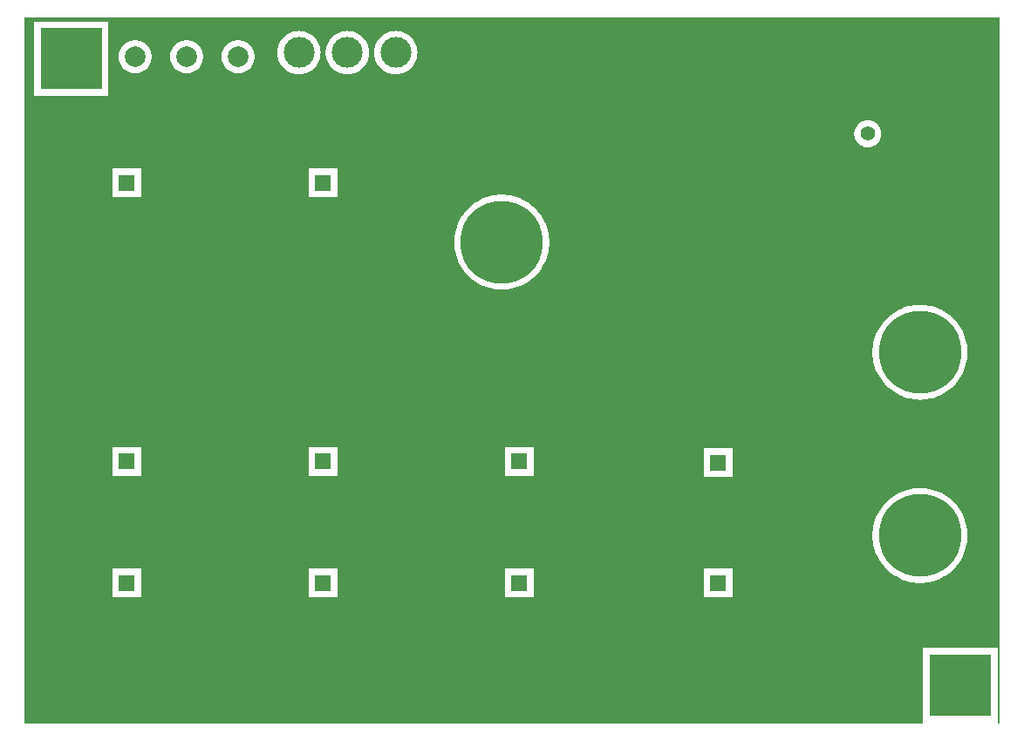
<source format=gbl>
G04*
G04 #@! TF.GenerationSoftware,Altium Limited,Altium Designer,19.0.6 (157)*
G04*
G04 Layer_Physical_Order=2*
G04 Layer_Color=16711680*
%FSLAX25Y25*%
%MOIN*%
G70*
G01*
G75*
%ADD49C,0.07874*%
%ADD50R,0.06200X0.06200*%
%ADD51C,0.06200*%
%ADD52C,0.11811*%
%ADD53C,0.31496*%
%ADD54R,0.23622X0.23622*%
%ADD55C,0.05500*%
%ADD56C,0.15748*%
%ADD57C,0.05000*%
%ADD58C,0.02165*%
G36*
X374569Y1809D02*
X373863D01*
X373660Y2324D01*
X373660Y2409D01*
Y30746D01*
X345238D01*
Y2409D01*
X345238Y2324D01*
X345034Y1809D01*
X1809D01*
Y271813D01*
X374569D01*
Y1809D01*
D02*
G37*
%LPC*%
G36*
X83465Y263040D02*
X82754Y263000D01*
X82052Y262881D01*
X81368Y262684D01*
X80711Y262411D01*
X80088Y262067D01*
X79507Y261655D01*
X78977Y261181D01*
X78502Y260650D01*
X78090Y260070D01*
X77746Y259447D01*
X77474Y258789D01*
X77277Y258105D01*
X77157Y257403D01*
X77118Y256693D01*
X77157Y255982D01*
X77277Y255281D01*
X77474Y254597D01*
X77746Y253939D01*
X78090Y253316D01*
X78502Y252736D01*
X78977Y252205D01*
X79507Y251731D01*
X80088Y251319D01*
X80711Y250974D01*
X81368Y250702D01*
X82052Y250505D01*
X82754Y250386D01*
X83465Y250346D01*
X84175Y250386D01*
X84877Y250505D01*
X85561Y250702D01*
X86218Y250974D01*
X86841Y251319D01*
X87422Y251731D01*
X87953Y252205D01*
X88427Y252736D01*
X88839Y253316D01*
X89183Y253939D01*
X89455Y254597D01*
X89652Y255281D01*
X89772Y255982D01*
X89812Y256693D01*
X89772Y257403D01*
X89652Y258105D01*
X89455Y258789D01*
X89183Y259447D01*
X88839Y260070D01*
X88427Y260650D01*
X87953Y261181D01*
X87422Y261655D01*
X86841Y262067D01*
X86218Y262411D01*
X85561Y262684D01*
X84877Y262881D01*
X84175Y263000D01*
X83465Y263040D01*
D02*
G37*
G36*
X63779D02*
X63069Y263000D01*
X62367Y262881D01*
X61683Y262684D01*
X61026Y262411D01*
X60403Y262067D01*
X59822Y261655D01*
X59291Y261181D01*
X58817Y260650D01*
X58405Y260070D01*
X58061Y259447D01*
X57789Y258789D01*
X57592Y258105D01*
X57472Y257403D01*
X57433Y256693D01*
X57472Y255982D01*
X57592Y255281D01*
X57789Y254597D01*
X58061Y253939D01*
X58405Y253316D01*
X58817Y252736D01*
X59291Y252205D01*
X59822Y251731D01*
X60403Y251319D01*
X61026Y250974D01*
X61683Y250702D01*
X62367Y250505D01*
X63069Y250386D01*
X63779Y250346D01*
X64490Y250386D01*
X65192Y250505D01*
X65876Y250702D01*
X66533Y250974D01*
X67156Y251319D01*
X67737Y251731D01*
X68268Y252205D01*
X68742Y252736D01*
X69154Y253316D01*
X69498Y253939D01*
X69770Y254597D01*
X69967Y255281D01*
X70087Y255982D01*
X70126Y256693D01*
X70087Y257403D01*
X69967Y258105D01*
X69770Y258789D01*
X69498Y259447D01*
X69154Y260070D01*
X68742Y260650D01*
X68268Y261181D01*
X67737Y261655D01*
X67156Y262067D01*
X66533Y262411D01*
X65876Y262684D01*
X65192Y262881D01*
X64490Y263000D01*
X63779Y263040D01*
D02*
G37*
G36*
X44094D02*
X43384Y263000D01*
X42682Y262881D01*
X41998Y262684D01*
X41341Y262411D01*
X40718Y262067D01*
X40137Y261655D01*
X39606Y261181D01*
X39132Y260650D01*
X38720Y260070D01*
X38376Y259447D01*
X38104Y258789D01*
X37907Y258105D01*
X37787Y257403D01*
X37747Y256693D01*
X37787Y255982D01*
X37907Y255281D01*
X38104Y254597D01*
X38376Y253939D01*
X38720Y253316D01*
X39132Y252736D01*
X39606Y252205D01*
X40137Y251731D01*
X40718Y251319D01*
X41341Y250974D01*
X41998Y250702D01*
X42682Y250505D01*
X43384Y250386D01*
X44094Y250346D01*
X44805Y250386D01*
X45507Y250505D01*
X46191Y250702D01*
X46848Y250974D01*
X47471Y251319D01*
X48052Y251731D01*
X48583Y252205D01*
X49057Y252736D01*
X49469Y253316D01*
X49813Y253939D01*
X50085Y254597D01*
X50282Y255281D01*
X50402Y255982D01*
X50441Y256693D01*
X50402Y257403D01*
X50282Y258105D01*
X50085Y258789D01*
X49813Y259447D01*
X49469Y260070D01*
X49057Y260650D01*
X48583Y261181D01*
X48052Y261655D01*
X47471Y262067D01*
X46848Y262411D01*
X46191Y262684D01*
X45507Y262881D01*
X44805Y263000D01*
X44094Y263040D01*
D02*
G37*
G36*
X143701Y266581D02*
X142976Y266549D01*
X142257Y266455D01*
X141549Y266298D01*
X140857Y266080D01*
X140187Y265802D01*
X139544Y265467D01*
X138932Y265078D01*
X138357Y264636D01*
X137822Y264146D01*
X137332Y263612D01*
X136891Y263036D01*
X136501Y262424D01*
X136166Y261781D01*
X135889Y261111D01*
X135671Y260419D01*
X135514Y259711D01*
X135419Y258992D01*
X135387Y258268D01*
X135419Y257543D01*
X135514Y256824D01*
X135671Y256116D01*
X135889Y255424D01*
X136166Y254754D01*
X136501Y254111D01*
X136891Y253499D01*
X137332Y252924D01*
X137822Y252389D01*
X138357Y251899D01*
X138932Y251458D01*
X139544Y251068D01*
X140187Y250733D01*
X140857Y250456D01*
X141549Y250238D01*
X142257Y250081D01*
X142976Y249986D01*
X143701Y249954D01*
X144425Y249986D01*
X145144Y250081D01*
X145852Y250238D01*
X146544Y250456D01*
X147214Y250733D01*
X147857Y251068D01*
X148469Y251458D01*
X149045Y251899D01*
X149579Y252389D01*
X150069Y252924D01*
X150511Y253499D01*
X150900Y254111D01*
X151235Y254754D01*
X151513Y255424D01*
X151731Y256116D01*
X151888Y256824D01*
X151983Y257543D01*
X152014Y258268D01*
X151983Y258992D01*
X151888Y259711D01*
X151731Y260419D01*
X151513Y261111D01*
X151235Y261781D01*
X150900Y262424D01*
X150511Y263036D01*
X150069Y263612D01*
X149579Y264146D01*
X149045Y264636D01*
X148469Y265078D01*
X147857Y265467D01*
X147214Y265802D01*
X146544Y266080D01*
X145852Y266298D01*
X145144Y266455D01*
X144425Y266549D01*
X143701Y266581D01*
D02*
G37*
G36*
X125197D02*
X124472Y266549D01*
X123753Y266455D01*
X123045Y266298D01*
X122353Y266080D01*
X121683Y265802D01*
X121040Y265467D01*
X120429Y265078D01*
X119853Y264636D01*
X119318Y264146D01*
X118828Y263612D01*
X118387Y263036D01*
X117997Y262424D01*
X117662Y261781D01*
X117385Y261111D01*
X117167Y260419D01*
X117010Y259711D01*
X116915Y258992D01*
X116883Y258268D01*
X116915Y257543D01*
X117010Y256824D01*
X117167Y256116D01*
X117385Y255424D01*
X117662Y254754D01*
X117997Y254111D01*
X118387Y253499D01*
X118828Y252924D01*
X119318Y252389D01*
X119853Y251899D01*
X120429Y251458D01*
X121040Y251068D01*
X121683Y250733D01*
X122353Y250456D01*
X123045Y250238D01*
X123753Y250081D01*
X124472Y249986D01*
X125197Y249954D01*
X125921Y249986D01*
X126640Y250081D01*
X127348Y250238D01*
X128040Y250456D01*
X128710Y250733D01*
X129354Y251068D01*
X129965Y251458D01*
X130541Y251899D01*
X131075Y252389D01*
X131565Y252924D01*
X132007Y253499D01*
X132396Y254111D01*
X132731Y254754D01*
X133009Y255424D01*
X133227Y256116D01*
X133384Y256824D01*
X133479Y257543D01*
X133510Y258268D01*
X133479Y258992D01*
X133384Y259711D01*
X133227Y260419D01*
X133009Y261111D01*
X132731Y261781D01*
X132396Y262424D01*
X132007Y263036D01*
X131565Y263612D01*
X131075Y264146D01*
X130541Y264636D01*
X129965Y265078D01*
X129354Y265467D01*
X128710Y265802D01*
X128040Y266080D01*
X127348Y266298D01*
X126640Y266455D01*
X125921Y266549D01*
X125197Y266581D01*
D02*
G37*
G36*
X106693D02*
X105968Y266549D01*
X105249Y266455D01*
X104541Y266298D01*
X103850Y266080D01*
X103180Y265802D01*
X102536Y265467D01*
X101925Y265078D01*
X101349Y264636D01*
X100814Y264146D01*
X100324Y263612D01*
X99883Y263036D01*
X99493Y262424D01*
X99158Y261781D01*
X98881Y261111D01*
X98663Y260419D01*
X98506Y259711D01*
X98411Y258992D01*
X98379Y258268D01*
X98411Y257543D01*
X98506Y256824D01*
X98663Y256116D01*
X98881Y255424D01*
X99158Y254754D01*
X99493Y254111D01*
X99883Y253499D01*
X100324Y252924D01*
X100814Y252389D01*
X101349Y251899D01*
X101925Y251458D01*
X102536Y251068D01*
X103180Y250733D01*
X103850Y250456D01*
X104541Y250238D01*
X105249Y250081D01*
X105968Y249986D01*
X106693Y249954D01*
X107418Y249986D01*
X108136Y250081D01*
X108845Y250238D01*
X109536Y250456D01*
X110206Y250733D01*
X110850Y251068D01*
X111461Y251458D01*
X112037Y251899D01*
X112571Y252389D01*
X113061Y252924D01*
X113503Y253499D01*
X113893Y254111D01*
X114227Y254754D01*
X114505Y255424D01*
X114723Y256116D01*
X114880Y256824D01*
X114975Y257543D01*
X115006Y258268D01*
X114975Y258992D01*
X114880Y259711D01*
X114723Y260419D01*
X114505Y261111D01*
X114227Y261781D01*
X113893Y262424D01*
X113503Y263036D01*
X113061Y263612D01*
X112571Y264146D01*
X112037Y264636D01*
X111461Y265078D01*
X110850Y265467D01*
X110206Y265802D01*
X109536Y266080D01*
X108845Y266298D01*
X108136Y266455D01*
X107418Y266549D01*
X106693Y266581D01*
D02*
G37*
G36*
X33896Y270116D02*
X5474D01*
Y241694D01*
X33896D01*
Y270116D01*
D02*
G37*
G36*
X324095Y232402D02*
X323517Y232370D01*
X322947Y232273D01*
X322391Y232113D01*
X321856Y231891D01*
X321350Y231612D01*
X320879Y231277D01*
X320447Y230891D01*
X320062Y230460D01*
X319727Y229988D01*
X319447Y229482D01*
X319226Y228948D01*
X319066Y228392D01*
X318969Y227822D01*
X318936Y227244D01*
X318969Y226667D01*
X319066Y226096D01*
X319226Y225540D01*
X319447Y225006D01*
X319727Y224500D01*
X320062Y224028D01*
X320447Y223597D01*
X320879Y223211D01*
X321350Y222877D01*
X321856Y222597D01*
X322391Y222375D01*
X322947Y222215D01*
X323517Y222118D01*
X324095Y222086D01*
X324672Y222118D01*
X325242Y222215D01*
X325798Y222375D01*
X326332Y222597D01*
X326839Y222877D01*
X327310Y223211D01*
X327742Y223597D01*
X328127Y224028D01*
X328462Y224500D01*
X328742Y225006D01*
X328963Y225540D01*
X329123Y226096D01*
X329220Y226667D01*
X329253Y227244D01*
X329220Y227822D01*
X329123Y228392D01*
X328963Y228948D01*
X328742Y229482D01*
X328462Y229988D01*
X328127Y230460D01*
X327742Y230891D01*
X327310Y231277D01*
X326839Y231612D01*
X326332Y231891D01*
X325798Y232113D01*
X325242Y232273D01*
X324672Y232370D01*
X324095Y232402D01*
D02*
G37*
G36*
X121378Y214020D02*
X110378D01*
Y203020D01*
X121378D01*
Y214020D01*
D02*
G37*
G36*
X46378D02*
X35378D01*
Y203020D01*
X46378D01*
Y214020D01*
D02*
G37*
G36*
X184252Y203984D02*
X183064Y203946D01*
X181882Y203829D01*
X180710Y203636D01*
X179552Y203366D01*
X178415Y203021D01*
X177303Y202602D01*
X176221Y202112D01*
X175173Y201552D01*
X174164Y200924D01*
X173198Y200232D01*
X172280Y199478D01*
X171413Y198666D01*
X170600Y197799D01*
X169846Y196880D01*
X169154Y195915D01*
X168527Y194906D01*
X167967Y193858D01*
X167476Y192775D01*
X167058Y191663D01*
X166713Y190526D01*
X166443Y189369D01*
X166250Y188197D01*
X166133Y187014D01*
X166094Y185827D01*
X166133Y184639D01*
X166250Y183457D01*
X166443Y182284D01*
X166713Y181127D01*
X167058Y179990D01*
X167476Y178878D01*
X167967Y177796D01*
X168527Y176748D01*
X169154Y175739D01*
X169846Y174773D01*
X170600Y173854D01*
X171413Y172987D01*
X172280Y172175D01*
X173198Y171421D01*
X174164Y170729D01*
X175173Y170102D01*
X176221Y169542D01*
X177303Y169051D01*
X178415Y168633D01*
X179552Y168288D01*
X180710Y168018D01*
X181882Y167824D01*
X183064Y167708D01*
X184252Y167669D01*
X185440Y167708D01*
X186622Y167824D01*
X187794Y168018D01*
X188952Y168288D01*
X190089Y168633D01*
X191201Y169051D01*
X192283Y169542D01*
X193331Y170102D01*
X194340Y170729D01*
X195306Y171421D01*
X196224Y172175D01*
X197091Y172987D01*
X197904Y173854D01*
X198658Y174773D01*
X199350Y175739D01*
X199977Y176748D01*
X200537Y177796D01*
X201027Y178878D01*
X201446Y179990D01*
X201791Y181127D01*
X202061Y182284D01*
X202254Y183457D01*
X202371Y184639D01*
X202410Y185827D01*
X202371Y187014D01*
X202254Y188197D01*
X202061Y189369D01*
X201791Y190526D01*
X201446Y191663D01*
X201027Y192775D01*
X200537Y193858D01*
X199977Y194906D01*
X199350Y195915D01*
X198658Y196880D01*
X197904Y197799D01*
X197091Y198666D01*
X196224Y199478D01*
X195306Y200232D01*
X194340Y200924D01*
X193331Y201552D01*
X192283Y202112D01*
X191201Y202602D01*
X190089Y203021D01*
X188952Y203366D01*
X187794Y203636D01*
X186622Y203829D01*
X185440Y203946D01*
X184252Y203984D01*
D02*
G37*
G36*
X344094Y161858D02*
X342907Y161820D01*
X341724Y161703D01*
X340552Y161510D01*
X339395Y161240D01*
X338258Y160895D01*
X337146Y160476D01*
X336064Y159986D01*
X335016Y159426D01*
X334007Y158798D01*
X333041Y158106D01*
X332122Y157352D01*
X331255Y156540D01*
X330443Y155673D01*
X329689Y154754D01*
X328997Y153789D01*
X328369Y152780D01*
X327809Y151732D01*
X327319Y150649D01*
X326900Y149537D01*
X326555Y148400D01*
X326286Y147243D01*
X326092Y146071D01*
X325976Y144888D01*
X325937Y143701D01*
X325976Y142513D01*
X326092Y141331D01*
X326286Y140158D01*
X326555Y139001D01*
X326900Y137864D01*
X327319Y136752D01*
X327809Y135670D01*
X328369Y134622D01*
X328997Y133613D01*
X329689Y132647D01*
X330443Y131728D01*
X331255Y130861D01*
X332122Y130049D01*
X333041Y129295D01*
X334007Y128603D01*
X335016Y127976D01*
X336064Y127416D01*
X337146Y126925D01*
X338258Y126507D01*
X339395Y126162D01*
X340552Y125892D01*
X341724Y125698D01*
X342907Y125582D01*
X344094Y125543D01*
X345282Y125582D01*
X346465Y125698D01*
X347637Y125892D01*
X348794Y126162D01*
X349931Y126507D01*
X351043Y126925D01*
X352126Y127416D01*
X353173Y127976D01*
X354182Y128603D01*
X355148Y129295D01*
X356067Y130049D01*
X356934Y130861D01*
X357746Y131728D01*
X358500Y132647D01*
X359192Y133613D01*
X359820Y134622D01*
X360380Y135670D01*
X360870Y136752D01*
X361289Y137864D01*
X361633Y139001D01*
X361903Y140158D01*
X362097Y141331D01*
X362213Y142513D01*
X362252Y143701D01*
X362213Y144888D01*
X362097Y146071D01*
X361903Y147243D01*
X361633Y148400D01*
X361289Y149537D01*
X360870Y150649D01*
X360380Y151732D01*
X359820Y152780D01*
X359192Y153789D01*
X358500Y154754D01*
X357746Y155673D01*
X356934Y156540D01*
X356067Y157352D01*
X355148Y158106D01*
X354182Y158798D01*
X353173Y159426D01*
X352126Y159986D01*
X351043Y160476D01*
X349931Y160895D01*
X348794Y161240D01*
X347637Y161510D01*
X346465Y161703D01*
X345282Y161820D01*
X344094Y161858D01*
D02*
G37*
G36*
X121378Y107492D02*
X110378D01*
Y96492D01*
X121378D01*
Y107492D01*
D02*
G37*
G36*
X196378Y107465D02*
X185378D01*
Y96465D01*
X196378D01*
Y107465D01*
D02*
G37*
G36*
X46378D02*
X35378D01*
Y96465D01*
X46378D01*
Y107465D01*
D02*
G37*
G36*
X272378Y106992D02*
X261378D01*
Y95992D01*
X272378D01*
Y106992D01*
D02*
G37*
G36*
X344094Y91780D02*
X342907Y91741D01*
X341724Y91624D01*
X340552Y91431D01*
X339395Y91161D01*
X338258Y90816D01*
X337146Y90398D01*
X336064Y89907D01*
X335016Y89347D01*
X334007Y88720D01*
X333041Y88028D01*
X332122Y87274D01*
X331255Y86462D01*
X330443Y85594D01*
X329689Y84676D01*
X328997Y83710D01*
X328369Y82701D01*
X327809Y81653D01*
X327319Y80571D01*
X326900Y79459D01*
X326555Y78322D01*
X326286Y77164D01*
X326092Y75992D01*
X325976Y74810D01*
X325937Y73622D01*
X325976Y72435D01*
X326092Y71252D01*
X326286Y70080D01*
X326555Y68923D01*
X326900Y67785D01*
X327319Y66673D01*
X327809Y65591D01*
X328369Y64543D01*
X328997Y63534D01*
X329689Y62568D01*
X330443Y61650D01*
X331255Y60783D01*
X332122Y59970D01*
X333041Y59216D01*
X334007Y58524D01*
X335016Y57897D01*
X336064Y57337D01*
X337146Y56846D01*
X338258Y56428D01*
X339395Y56083D01*
X340552Y55813D01*
X341724Y55620D01*
X342907Y55503D01*
X344094Y55464D01*
X345282Y55503D01*
X346465Y55620D01*
X347637Y55813D01*
X348794Y56083D01*
X349931Y56428D01*
X351043Y56846D01*
X352126Y57337D01*
X353173Y57897D01*
X354182Y58524D01*
X355148Y59216D01*
X356067Y59970D01*
X356934Y60783D01*
X357746Y61650D01*
X358500Y62568D01*
X359192Y63534D01*
X359820Y64543D01*
X360380Y65591D01*
X360870Y66673D01*
X361289Y67785D01*
X361633Y68923D01*
X361903Y70080D01*
X362097Y71252D01*
X362213Y72435D01*
X362252Y73622D01*
X362213Y74810D01*
X362097Y75992D01*
X361903Y77164D01*
X361633Y78322D01*
X361289Y79459D01*
X360870Y80571D01*
X360380Y81653D01*
X359820Y82701D01*
X359192Y83710D01*
X358500Y84676D01*
X357746Y85594D01*
X356934Y86462D01*
X356067Y87274D01*
X355148Y88028D01*
X354182Y88720D01*
X353173Y89347D01*
X352126Y89907D01*
X351043Y90398D01*
X349931Y90816D01*
X348794Y91161D01*
X347637Y91431D01*
X346465Y91624D01*
X345282Y91741D01*
X344094Y91780D01*
D02*
G37*
G36*
X121378Y61020D02*
X110378D01*
Y50020D01*
X121378D01*
Y61020D01*
D02*
G37*
G36*
X272378Y60992D02*
X261378D01*
Y49992D01*
X272378D01*
Y60992D01*
D02*
G37*
G36*
X196378D02*
X185378D01*
Y49992D01*
X196378D01*
Y60992D01*
D02*
G37*
G36*
X46378D02*
X35378D01*
Y49992D01*
X46378D01*
Y60992D01*
D02*
G37*
%LPD*%
D49*
X83465Y256693D02*
D03*
X63779D02*
D03*
X44094D02*
D03*
D50*
X115878Y208520D02*
D03*
X266878Y101492D02*
D03*
X190878Y101965D02*
D03*
X115878Y101992D02*
D03*
X40878Y101965D02*
D03*
Y208520D02*
D03*
Y55492D02*
D03*
X115878Y55520D02*
D03*
X190878Y55492D02*
D03*
X266878D02*
D03*
D51*
X115878Y178992D02*
D03*
X266878Y131020D02*
D03*
X190878Y131492D02*
D03*
X115878Y131520D02*
D03*
X40878Y131492D02*
D03*
Y178992D02*
D03*
Y25965D02*
D03*
X115878Y25992D02*
D03*
X190878Y25965D02*
D03*
X266878D02*
D03*
D52*
X106693Y258268D02*
D03*
X125197D02*
D03*
X143701D02*
D03*
D53*
X184252Y243701D02*
D03*
Y185827D02*
D03*
X344094Y73622D02*
D03*
Y143701D02*
D03*
D54*
X359449Y16535D02*
D03*
X19685Y255906D02*
D03*
D55*
X324095Y227244D02*
D03*
Y237244D02*
D03*
D56*
X344094Y247244D02*
D03*
Y207244D02*
D03*
D57*
X221927Y194488D02*
D03*
X224961Y189092D02*
D03*
X221642Y203928D02*
D03*
X227964Y207863D02*
D03*
D58*
X370866Y259055D02*
D03*
Y248031D02*
D03*
Y237008D02*
D03*
Y225984D02*
D03*
Y214961D02*
D03*
Y203937D02*
D03*
X368110Y264567D02*
D03*
X365354Y259055D02*
D03*
X368110Y253543D02*
D03*
X365354Y248031D02*
D03*
X368110Y242520D02*
D03*
X365354Y237008D02*
D03*
X368110Y231496D02*
D03*
X365354Y225984D02*
D03*
X368110Y220472D02*
D03*
X365354Y214961D02*
D03*
X368110Y209449D02*
D03*
X365354Y203937D02*
D03*
X368110Y198425D02*
D03*
X362598Y264567D02*
D03*
X359842Y259055D02*
D03*
X362598Y253543D02*
D03*
X359842Y248031D02*
D03*
X362598Y242520D02*
D03*
X359842Y237008D02*
D03*
X362598Y231496D02*
D03*
X359842Y225984D02*
D03*
X362598Y220472D02*
D03*
X359842Y214961D02*
D03*
X362598Y209449D02*
D03*
X359842Y203937D02*
D03*
X362598Y198425D02*
D03*
X357086Y264567D02*
D03*
X354331Y259055D02*
D03*
X357086Y253543D02*
D03*
X354331Y248031D02*
D03*
X357086Y242520D02*
D03*
X354331Y237008D02*
D03*
X357086Y231496D02*
D03*
X354331Y225984D02*
D03*
X357086Y220472D02*
D03*
X354331Y214961D02*
D03*
X357086Y209449D02*
D03*
X354331Y203937D02*
D03*
X357086Y198425D02*
D03*
X351575Y264567D02*
D03*
X348819Y259055D02*
D03*
Y237008D02*
D03*
X351575Y231496D02*
D03*
X348819Y225984D02*
D03*
X351575Y220472D02*
D03*
Y198425D02*
D03*
X346063Y264567D02*
D03*
X343307Y259055D02*
D03*
Y237008D02*
D03*
X346063Y231496D02*
D03*
X343307Y225984D02*
D03*
X346063Y220472D02*
D03*
X340551Y264567D02*
D03*
X337795Y259055D02*
D03*
Y237008D02*
D03*
X340551Y231496D02*
D03*
X337795Y225984D02*
D03*
X340551Y220472D02*
D03*
X335039Y264567D02*
D03*
X332283Y259055D02*
D03*
X335039Y253543D02*
D03*
X332283Y248031D02*
D03*
X335039Y242520D02*
D03*
X332283Y237008D02*
D03*
X335039Y231496D02*
D03*
X332283Y225984D02*
D03*
X335039Y220472D02*
D03*
X332283Y214961D02*
D03*
Y203937D02*
D03*
X335039Y198425D02*
D03*
X329527Y264567D02*
D03*
X326771Y259055D02*
D03*
X329527Y253543D02*
D03*
X326771Y248031D02*
D03*
X329527Y242520D02*
D03*
X324016Y264567D02*
D03*
X321260Y259055D02*
D03*
X324016Y253543D02*
D03*
X321260Y248031D02*
D03*
X324016Y242520D02*
D03*
X318504Y264567D02*
D03*
X315748Y259055D02*
D03*
X318504Y253543D02*
D03*
X315748Y248031D02*
D03*
X318504Y242520D02*
D03*
X315748Y237008D02*
D03*
X312992Y264567D02*
D03*
X310236Y259055D02*
D03*
X312992Y253543D02*
D03*
X310236Y248031D02*
D03*
X312992Y242520D02*
D03*
X310236Y237008D02*
D03*
X307480Y264567D02*
D03*
X304724Y259055D02*
D03*
X307480Y253543D02*
D03*
X304724Y248031D02*
D03*
X307480Y242520D02*
D03*
X304724Y237008D02*
D03*
X301968Y264567D02*
D03*
X299213Y259055D02*
D03*
X301968Y253543D02*
D03*
X299213Y248031D02*
D03*
X301968Y242520D02*
D03*
X296457Y264567D02*
D03*
X293701Y259055D02*
D03*
X296457Y253543D02*
D03*
X293701Y248031D02*
D03*
X290945Y264567D02*
D03*
X288189Y259055D02*
D03*
X290945Y253543D02*
D03*
X288189Y248031D02*
D03*
X285433Y264567D02*
D03*
X282677Y259055D02*
D03*
X285433Y253543D02*
D03*
X282677Y248031D02*
D03*
X279921Y264567D02*
D03*
X277165Y259055D02*
D03*
X279921Y253543D02*
D03*
X277165Y248031D02*
D03*
X274409Y264567D02*
D03*
X271653Y259055D02*
D03*
X274409Y253543D02*
D03*
X271653Y248031D02*
D03*
X268898Y264567D02*
D03*
X266142Y259055D02*
D03*
X268898Y253543D02*
D03*
X266142Y248031D02*
D03*
Y237008D02*
D03*
X263386Y264567D02*
D03*
X260630Y259055D02*
D03*
X263386Y253543D02*
D03*
X260630Y248031D02*
D03*
X257874Y264567D02*
D03*
X255118Y259055D02*
D03*
X257874Y253543D02*
D03*
X255118Y248031D02*
D03*
X257874Y242520D02*
D03*
X252362Y264567D02*
D03*
Y253543D02*
D03*
Y242520D02*
D03*
X219291Y264567D02*
D03*
X216535Y259055D02*
D03*
X219291Y253543D02*
D03*
X216535Y248031D02*
D03*
X219291Y242520D02*
D03*
X216535Y237008D02*
D03*
M02*

</source>
